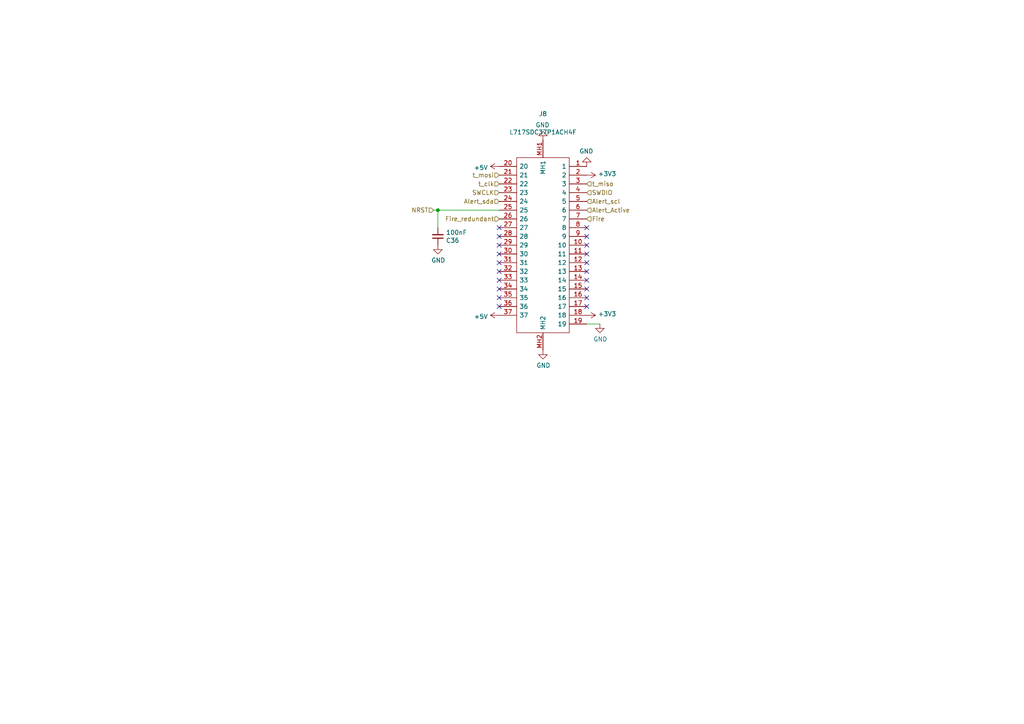
<source format=kicad_sch>
(kicad_sch (version 20211123) (generator eeschema)
  (paper "A4")
  (title_block (date "2021-12-20") (rev "v2.0.1") (company "Missouri S&T Rocket Design Team '21 (Jacob King, Thomas Francois)"))
  (lib_symbols
    (symbol "Device:C_Small" (pin_numbers hide) (pin_names (offset 0.254) hide)
      (property "Reference" "C" (at 0.254 1.778 0))
      (property "Value" "C_Small" (at 0.254 -2.032 0))
      (symbol "C_Small_0_1"
        (polyline (pts (xy -1.524 -0.508) (xy 1.524 -0.508)) (stroke (width 0.3302)))
        (polyline (pts (xy -1.524 0.508) (xy 1.524 0.508)) (stroke (width 0.3048)))
      )
      (symbol "C_Small_1_1"
        (pin passive line (at 0 2.54 270) (length 2.032) (name "~") (number "1"))
        (pin passive line (at 0 -2.54 90) (length 2.032) (name "~") (number "2"))
      )
    )
    (symbol "Power_KiCAD_Project-rescue:L717SDC37P1ACH4F-SamacSys_Parts-Power_KiCAD_Project-rescue" (pin_names (offset 0.762))
      (property "Reference" "J" (at 57.15 12.7 0))
      (property "Value" "L717SDC37P1ACH4F-SamacSys_Parts-Power_KiCAD_Project-rescue" (at 57.15 10.16 0))
      (symbol "L717SDC37P1ACH4F-SamacSys_Parts-Power_KiCAD_Project-rescue_0_0"
        (pin passive line (at 7.62 12.7 270) (length 5.08) (name "1") (number "1"))
        (pin passive line (at 30.48 12.7 270) (length 5.08) (name "10") (number "10"))
        (pin passive line (at 33.02 12.7 270) (length 5.08) (name "11") (number "11"))
        (pin passive line (at 35.56 12.7 270) (length 5.08) (name "12") (number "12"))
        (pin passive line (at 38.1 12.7 270) (length 5.08) (name "13") (number "13"))
        (pin passive line (at 40.64 12.7 270) (length 5.08) (name "14") (number "14"))
        (pin passive line (at 43.18 12.7 270) (length 5.08) (name "15") (number "15"))
        (pin passive line (at 45.72 12.7 270) (length 5.08) (name "16") (number "16"))
        (pin passive line (at 48.26 12.7 270) (length 5.08) (name "17") (number "17"))
        (pin passive line (at 50.8 12.7 270) (length 5.08) (name "18") (number "18"))
        (pin passive line (at 53.34 12.7 270) (length 5.08) (name "19") (number "19"))
        (pin passive line (at 10.16 12.7 270) (length 5.08) (name "2") (number "2"))
        (pin passive line (at 7.62 -12.7 90) (length 5.08) (name "20") (number "20"))
        (pin passive line (at 10.16 -12.7 90) (length 5.08) (name "21") (number "21"))
        (pin passive line (at 12.7 -12.7 90) (length 5.08) (name "22") (number "22"))
        (pin passive line (at 15.24 -12.7 90) (length 5.08) (name "23") (number "23"))
        (pin passive line (at 17.78 -12.7 90) (length 5.08) (name "24") (number "24"))
        (pin passive line (at 20.32 -12.7 90) (length 5.08) (name "25") (number "25"))
        (pin passive line (at 22.86 -12.7 90) (length 5.08) (name "26") (number "26"))
        (pin passive line (at 25.4 -12.7 90) (length 5.08) (name "27") (number "27"))
        (pin passive line (at 27.94 -12.7 90) (length 5.08) (name "28") (number "28"))
        (pin passive line (at 30.48 -12.7 90) (length 5.08) (name "29") (number "29"))
        (pin passive line (at 12.7 12.7 270) (length 5.08) (name "3") (number "3"))
        (pin passive line (at 33.02 -12.7 90) (length 5.08) (name "30") (number "30"))
        (pin passive line (at 35.56 -12.7 90) (length 5.08) (name "31") (number "31"))
        (pin passive line (at 38.1 -12.7 90) (length 5.08) (name "32") (number "32"))
        (pin passive line (at 40.64 -12.7 90) (length 5.08) (name "33") (number "33"))
        (pin passive line (at 43.18 -12.7 90) (length 5.08) (name "34") (number "34"))
        (pin passive line (at 45.72 -12.7 90) (length 5.08) (name "35") (number "35"))
        (pin passive line (at 48.26 -12.7 90) (length 5.08) (name "36") (number "36"))
        (pin passive line (at 50.8 -12.7 90) (length 5.08) (name "37") (number "37"))
        (pin passive line (at 15.24 12.7 270) (length 5.08) (name "4") (number "4"))
        (pin passive line (at 17.78 12.7 270) (length 5.08) (name "5") (number "5"))
        (pin passive line (at 20.32 12.7 270) (length 5.08) (name "6") (number "6"))
        (pin passive line (at 22.86 12.7 270) (length 5.08) (name "7") (number "7"))
        (pin passive line (at 25.4 12.7 270) (length 5.08) (name "8") (number "8"))
        (pin passive line (at 27.94 12.7 270) (length 5.08) (name "9") (number "9"))
        (pin passive line (at 0 0 0) (length 5.08) (name "MH1") (number "MH1"))
        (pin passive line (at 60.96 0 180) (length 5.08) (name "MH2") (number "MH2"))
      )
      (symbol "L717SDC37P1ACH4F-SamacSys_Parts-Power_KiCAD_Project-rescue_0_1"
        (polyline (pts (xy 5.08 7.62) (xy 55.88 7.62) (xy 55.88 -7.62) (xy 5.08 -7.62) (xy 5.08 7.62)) (stroke (width 0.1524)))
      )
    )
    (symbol "power:+3.3V" (power) (pin_names (offset 0))
      (property "Value" "+3.3V" (at 0 3.556 0))
      (symbol "+3.3V_0_1"
        (polyline (pts (xy -0.762 1.27) (xy 0 2.54)))
        (polyline (pts (xy 0 0) (xy 0 2.54)))
        (polyline (pts (xy 0 2.54) (xy 0.762 1.27)))
      )
      (symbol "+3.3V_1_1"
        (pin power_in line (at 0 0 90) (length 0) hide (name "+3V3") (number "1"))
      )
    )
    (symbol "power:+5V" (power) (pin_names (offset 0))
      (property "Value" "+5V" (at 0 3.556 0))
      (symbol "+5V_0_1"
        (polyline (pts (xy -0.762 1.27) (xy 0 2.54)))
        (polyline (pts (xy 0 0) (xy 0 2.54)))
        (polyline (pts (xy 0 2.54) (xy 0.762 1.27)))
      )
      (symbol "+5V_1_1"
        (pin power_in line (at 0 0 90) (length 0) hide (name "+5V") (number "1"))
      )
    )
    (symbol "power:GND" (power) (pin_names (offset 0))
      (property "Value" "GND" (at 0 -3.81 0))
      (symbol "GND_0_1"
        (polyline (pts (xy 0 0) (xy 0 -1.27) (xy 1.27 -1.27) (xy 0 -2.54) (xy -1.27 -1.27) (xy 0 -1.27)))
      )
      (symbol "GND_1_1"
        (pin power_in line (at 0 0 270) (length 0) hide (name "GND") (number "1"))
      )
    )
  )
  (junction (at 127 60.96))
  (no_connect (at 170.18 78.74))
  (no_connect (at 170.18 68.58))
  (no_connect (at 144.78 83.82))
  (no_connect (at 144.78 88.9))
  (no_connect (at 170.18 76.2))
  (no_connect (at 144.78 86.36))
  (no_connect (at 170.18 71.12))
  (no_connect (at 144.78 78.74))
  (no_connect (at 144.78 71.12))
  (no_connect (at 170.18 66.04))
  (no_connect (at 170.18 83.82))
  (no_connect (at 170.18 86.36))
  (no_connect (at 144.78 68.58))
  (no_connect (at 170.18 88.9))
  (no_connect (at 144.78 73.66))
  (no_connect (at 144.78 66.04))
  (no_connect (at 170.18 73.66))
  (no_connect (at 144.78 81.28))
  (no_connect (at 144.78 76.2))
  (no_connect (at 170.18 81.28))
  (wire (pts (xy 127 66.04) (xy 127 60.96)))
  (wire (pts (xy 127 60.96) (xy 144.78 60.96)))
  (wire (pts (xy 173.99 93.98) (xy 170.18 93.98)))
  (wire (pts (xy 125.73 60.96) (xy 127 60.96)))
  (hierarchical_label "SWDIO" (shape input) (at 170.18 55.88 0))
  (hierarchical_label "SWCLK" (shape input) (at 144.78 55.88 180))
  (hierarchical_label "t_clk" (shape input) (at 144.78 53.34 180))
  (hierarchical_label "t_miso" (shape input) (at 170.18 53.34 0))
  (hierarchical_label "Alert_Active" (shape input) (at 170.18 60.96 0))
  (hierarchical_label "NRST" (shape input) (at 125.73 60.96 180))
  (hierarchical_label "Alert_sda" (shape input) (at 144.78 58.42 180))
  (hierarchical_label "Fire_redundant" (shape input) (at 144.78 63.5 180))
  (hierarchical_label "Fire" (shape input) (at 170.18 63.5 0))
  (hierarchical_label "t_mosi" (shape input) (at 144.78 50.8 180))
  (hierarchical_label "Alert_scl" (shape input) (at 170.18 58.42 0))
  (symbol (lib_id "power:+5V") (at 144.78 48.26 90) (mirror x) (unit 1)
    (property "Reference" "#PWR039" (effects hide))
    (property "Value" "+5V" (at 141.5288 48.641 90) (effects (justify left)))
  )
  (symbol (lib_id "power:+5V") (at 144.78 91.44 90) (mirror x) (unit 1)
    (property "Reference" "#PWR040" (effects hide))
    (property "Value" "+5V" (at 141.5288 91.821 90) (effects (justify left)))
  )
  (symbol (lib_id "power:+3.3V") (at 170.18 50.8 270) (mirror x) (unit 1)
    (property "Reference" "#PWR044" (effects hide))
    (property "Value" "+3.3V" (at 173.4312 50.419 90) (effects (justify left)))
  )
  (symbol (lib_id "power:+3.3V") (at 170.18 91.44 270) (mirror x) (unit 1)
    (property "Reference" "#PWR045" (effects hide))
    (property "Value" "+3.3V" (at 173.4312 91.059 90) (effects (justify left)))
  )
  (symbol (lib_id "Device:C_Small") (at 127 68.58 0) (mirror x) (unit 1)
    (property "Reference" "C36" (at 129.3368 69.7484 0) (effects (justify left)))
    (property "Value" "100nF" (at 129.3368 67.437 0) (effects (justify left)))
    (property "Footprint" "Capacitor_SMD:C_0603_1608Metric_Pad1.08x0.95mm_HandSolder" (effects hide))
  )
  (symbol (lib_id "power:GND") (at 173.99 93.98 0) (unit 1)
    (property "Reference" "#PWR046" (effects hide))
    (property "Value" "GND" (at 174.117 98.3742 0))
  )
  (symbol (lib_id "power:GND") (at 157.48 101.6 0) (unit 1)
    (property "Reference" "#PWR042" (effects hide))
    (property "Value" "GND" (at 157.607 105.9942 0))
  )
  (symbol (lib_id "power:GND") (at 157.48 40.64 180) (unit 1)
    (property "Reference" "#PWR041" (effects hide))
    (property "Value" "GND" (at 157.353 36.2458 0))
  )
  (symbol (lib_id "power:GND") (at 170.18 48.26 180) (unit 1)
    (property "Reference" "#PWR043" (effects hide))
    (property "Value" "GND" (at 170.053 43.8658 0))
  )
  (symbol (lib_id "power:GND") (at 127 71.12 0) (unit 1)
    (property "Reference" "#PWR038" (effects hide))
    (property "Value" "GND" (at 127.127 75.5142 0))
  )
  (symbol (lib_id "Power_KiCAD_Project-rescue:L717SDC37P1ACH4F-SamacSys_Parts-Power_KiCAD_Project-rescue") (at 157.48 40.64 270) (unit 1)
    (property "Reference" "J8" (at 157.48 33.02 90))
    (property "Value" "L717SDC37P1ACH4F" (at 157.48 38.354 90))
    (property "Footprint" "RDT_Custom_Footprints:L717SDC37P1ACH4F" (effects hide))
    (property "Datasheet" "https://cdn.amphenol-icc.com/media/wysiwyg/files/drawing/l717sdxxxp1ach4f.pdf" (effects hide))
    (property "Description" "D-Sub Standard Connectors 37P Sz C Std Density Pin Screwlock 4-40" (effects hide))
    (property "Height" "12.93" (effects hide))
    (property "Mouser Part Number" "523-L717SDC37P1ACH4F" (effects hide))
    (property "Mouser Price/Stock" "https://www.mouser.co.uk/ProductDetail/Amphenol-Commercial-Products/L717SDC37P1ACH4F?qs=wLKqLMNa9uLzTtnbxoO2Ng%3D%3D" (effects hide))
    (property "Manufacturer_Name" "Amphenol" (effects hide))
    (property "Manufacturer_Part_Number" "L717SDC37P1ACH4F" (effects hide))
  )
)
</source>
